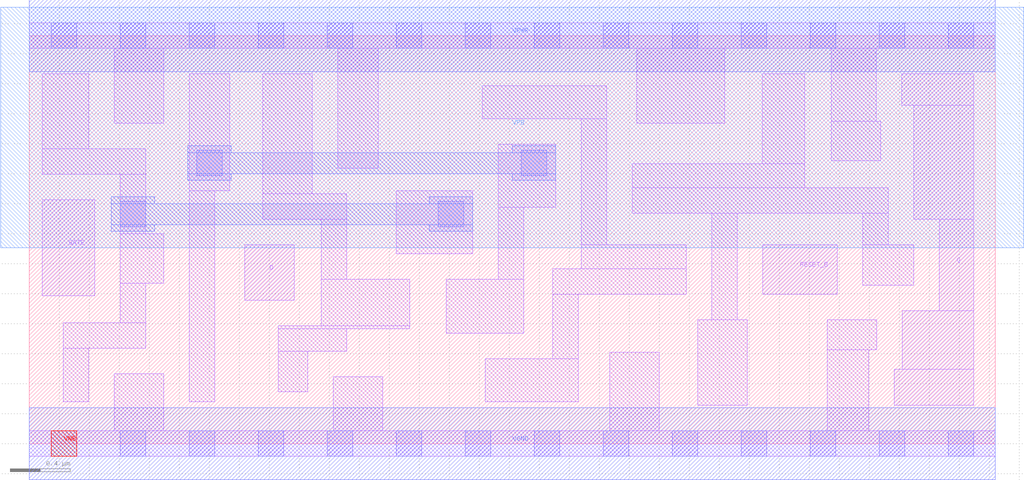
<source format=lef>
# Copyright 2020 The SkyWater PDK Authors
#
# Licensed under the Apache License, Version 2.0 (the "License");
# you may not use this file except in compliance with the License.
# You may obtain a copy of the License at
#
#     https://www.apache.org/licenses/LICENSE-2.0
#
# Unless required by applicable law or agreed to in writing, software
# distributed under the License is distributed on an "AS IS" BASIS,
# WITHOUT WARRANTIES OR CONDITIONS OF ANY KIND, either express or implied.
# See the License for the specific language governing permissions and
# limitations under the License.
#
# SPDX-License-Identifier: Apache-2.0

VERSION 5.7 ;
  NOWIREEXTENSIONATPIN ON ;
  DIVIDERCHAR "/" ;
  BUSBITCHARS "[]" ;
PROPERTYDEFINITIONS
  MACRO maskLayoutSubType STRING ;
  MACRO prCellType STRING ;
  MACRO originalViewName STRING ;
END PROPERTYDEFINITIONS
MACRO sky130_fd_sc_hdll__dlrtp_1
  CLASS CORE ;
  FOREIGN sky130_fd_sc_hdll__dlrtp_1 ;
  ORIGIN  0.000000  0.000000 ;
  SIZE  6.440000 BY  2.720000 ;
  SYMMETRY X Y R90 ;
  SITE unithd ;
  PIN D
    ANTENNAGATEAREA  0.178200 ;
    DIRECTION INPUT ;
    USE SIGNAL ;
    PORT
      LAYER li1 ;
        RECT 1.435000 0.955000 1.765000 1.325000 ;
    END
  END D
  PIN GATE
    ANTENNAGATEAREA  0.178200 ;
    DIRECTION INPUT ;
    USE SIGNAL ;
    PORT
      LAYER li1 ;
        RECT 0.085000 0.985000 0.435000 1.625000 ;
    END
  END GATE
  PIN Q
    ANTENNADIFFAREA  0.439000 ;
    DIRECTION OUTPUT ;
    USE SIGNAL ;
    PORT
      LAYER li1 ;
        RECT 5.765000 0.255000 6.295000 0.495000 ;
        RECT 5.815000 2.255000 6.295000 2.465000 ;
        RECT 5.820000 0.495000 6.295000 0.885000 ;
        RECT 5.895000 1.495000 6.295000 2.255000 ;
        RECT 6.065000 0.885000 6.295000 1.495000 ;
    END
  END Q
  PIN RESET_B
    ANTENNAGATEAREA  0.277500 ;
    DIRECTION INPUT ;
    USE SIGNAL ;
    PORT
      LAYER li1 ;
        RECT 4.890000 0.995000 5.385000 1.325000 ;
    END
  END RESET_B
  PIN VGND
    ANTENNADIFFAREA  0.564250 ;
    DIRECTION INOUT ;
    USE SIGNAL ;
    PORT
      LAYER met1 ;
        RECT 0.000000 -0.240000 6.440000 0.240000 ;
    END
  END VGND
  PIN VPWR
    ANTENNADIFFAREA  1.131000 ;
    DIRECTION INOUT ;
    USE SIGNAL ;
    PORT
      LAYER met1 ;
        RECT 0.000000 2.480000 6.440000 2.960000 ;
    END
  END VPWR
  PIN VNB
    DIRECTION INOUT ;
    USE GROUND ;
    PORT
      LAYER pwell ;
        RECT 0.145000 -0.085000 0.315000 0.085000 ;
    END
  END VNB
  PIN VPB
    DIRECTION INOUT ;
    USE POWER ;
    PORT
      LAYER nwell ;
        RECT -0.190000 1.305000 6.630000 2.910000 ;
    END
  END VPB
  OBS
    LAYER li1 ;
      RECT 0.000000 -0.085000 6.440000 0.085000 ;
      RECT 0.000000  2.635000 6.440000 2.805000 ;
      RECT 0.085000  1.795000 0.775000 1.965000 ;
      RECT 0.085000  1.965000 0.395000 2.465000 ;
      RECT 0.225000  0.280000 0.395000 0.635000 ;
      RECT 0.225000  0.635000 0.775000 0.805000 ;
      RECT 0.565000  0.085000 0.895000 0.465000 ;
      RECT 0.565000  2.135000 0.895000 2.635000 ;
      RECT 0.605000  0.805000 0.775000 1.070000 ;
      RECT 0.605000  1.070000 0.895000 1.400000 ;
      RECT 0.605000  1.400000 0.775000 1.795000 ;
      RECT 1.065000  0.280000 1.235000 1.685000 ;
      RECT 1.065000  1.685000 1.335000 2.465000 ;
      RECT 1.555000  1.495000 2.115000 1.665000 ;
      RECT 1.555000  1.665000 1.885000 2.465000 ;
      RECT 1.660000  0.345000 1.855000 0.615000 ;
      RECT 1.660000  0.615000 2.115000 0.765000 ;
      RECT 1.660000  0.765000 2.535000 0.785000 ;
      RECT 1.945000  0.785000 2.535000 1.095000 ;
      RECT 1.945000  1.095000 2.115000 1.495000 ;
      RECT 2.025000  0.085000 2.355000 0.445000 ;
      RECT 2.055000  1.835000 2.325000 2.635000 ;
      RECT 2.445000  1.265000 2.955000 1.685000 ;
      RECT 2.780000  0.735000 3.295000 1.095000 ;
      RECT 3.020000  2.165000 3.850000 2.385000 ;
      RECT 3.040000  0.280000 3.660000 0.565000 ;
      RECT 3.125000  1.095000 3.295000 1.575000 ;
      RECT 3.125000  1.575000 3.510000 1.995000 ;
      RECT 3.490000  0.565000 3.660000 0.995000 ;
      RECT 3.490000  0.995000 4.380000 1.165000 ;
      RECT 3.680000  1.165000 4.380000 1.325000 ;
      RECT 3.680000  1.325000 3.850000 2.165000 ;
      RECT 3.870000  0.085000 4.200000 0.610000 ;
      RECT 4.020000  1.535000 5.725000 1.705000 ;
      RECT 4.020000  1.705000 5.170000 1.865000 ;
      RECT 4.050000  2.135000 4.635000 2.635000 ;
      RECT 4.455000  0.255000 4.785000 0.825000 ;
      RECT 4.550000  0.825000 4.720000 1.535000 ;
      RECT 4.885000  1.865000 5.170000 2.465000 ;
      RECT 5.320000  0.085000 5.595000 0.625000 ;
      RECT 5.320000  0.625000 5.650000 0.825000 ;
      RECT 5.345000  1.885000 5.675000 2.150000 ;
      RECT 5.345000  2.150000 5.645000 2.635000 ;
      RECT 5.555000  1.055000 5.895000 1.325000 ;
      RECT 5.555000  1.325000 5.725000 1.535000 ;
    LAYER mcon ;
      RECT 0.145000 -0.085000 0.315000 0.085000 ;
      RECT 0.145000  2.635000 0.315000 2.805000 ;
      RECT 0.605000 -0.085000 0.775000 0.085000 ;
      RECT 0.605000  1.445000 0.775000 1.615000 ;
      RECT 0.605000  2.635000 0.775000 2.805000 ;
      RECT 1.065000 -0.085000 1.235000 0.085000 ;
      RECT 1.065000  2.635000 1.235000 2.805000 ;
      RECT 1.115000  1.785000 1.285000 1.955000 ;
      RECT 1.525000 -0.085000 1.695000 0.085000 ;
      RECT 1.525000  2.635000 1.695000 2.805000 ;
      RECT 1.985000 -0.085000 2.155000 0.085000 ;
      RECT 1.985000  2.635000 2.155000 2.805000 ;
      RECT 2.445000 -0.085000 2.615000 0.085000 ;
      RECT 2.445000  2.635000 2.615000 2.805000 ;
      RECT 2.725000  1.445000 2.895000 1.615000 ;
      RECT 2.905000 -0.085000 3.075000 0.085000 ;
      RECT 2.905000  2.635000 3.075000 2.805000 ;
      RECT 3.280000  1.785000 3.450000 1.955000 ;
      RECT 3.365000 -0.085000 3.535000 0.085000 ;
      RECT 3.365000  2.635000 3.535000 2.805000 ;
      RECT 3.825000 -0.085000 3.995000 0.085000 ;
      RECT 3.825000  2.635000 3.995000 2.805000 ;
      RECT 4.285000 -0.085000 4.455000 0.085000 ;
      RECT 4.285000  2.635000 4.455000 2.805000 ;
      RECT 4.745000 -0.085000 4.915000 0.085000 ;
      RECT 4.745000  2.635000 4.915000 2.805000 ;
      RECT 5.205000 -0.085000 5.375000 0.085000 ;
      RECT 5.205000  2.635000 5.375000 2.805000 ;
      RECT 5.665000 -0.085000 5.835000 0.085000 ;
      RECT 5.665000  2.635000 5.835000 2.805000 ;
      RECT 6.125000 -0.085000 6.295000 0.085000 ;
      RECT 6.125000  2.635000 6.295000 2.805000 ;
    LAYER met1 ;
      RECT 0.545000 1.415000 0.835000 1.460000 ;
      RECT 0.545000 1.460000 2.955000 1.600000 ;
      RECT 0.545000 1.600000 0.835000 1.645000 ;
      RECT 1.055000 1.755000 1.345000 1.800000 ;
      RECT 1.055000 1.800000 3.510000 1.940000 ;
      RECT 1.055000 1.940000 1.345000 1.985000 ;
      RECT 2.665000 1.415000 2.955000 1.460000 ;
      RECT 2.665000 1.600000 2.955000 1.645000 ;
      RECT 3.220000 1.755000 3.510000 1.800000 ;
      RECT 3.220000 1.940000 3.510000 1.985000 ;
  END
  PROPERTY maskLayoutSubType "abstract" ;
  PROPERTY prCellType "standard" ;
  PROPERTY originalViewName "layout" ;
END sky130_fd_sc_hdll__dlrtp_1
END LIBRARY

</source>
